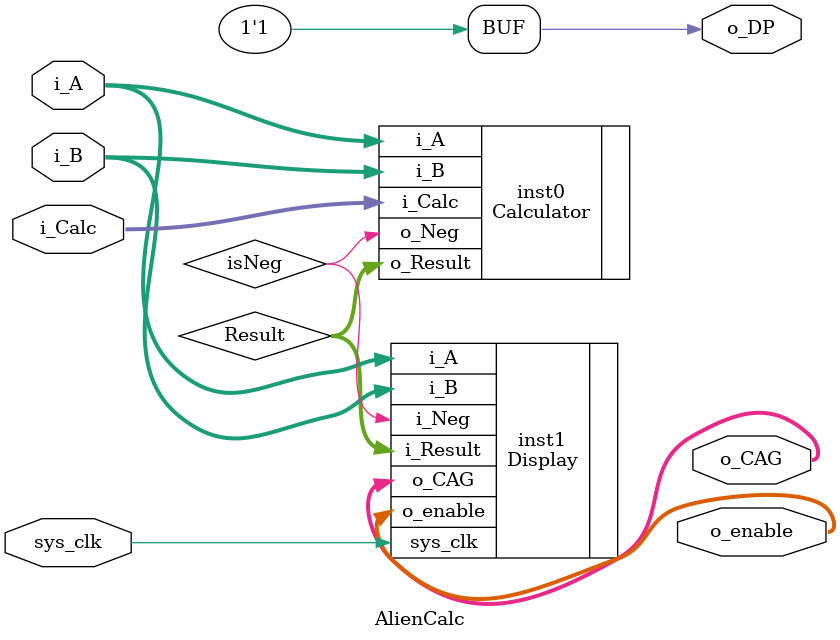
<source format=v>
`timescale 1ns / 1ps


module AlienCalc(
    input sys_clk, 
    input [1:0] i_Calc, 
    input [4:0] i_A, i_B,
    output [7:0] o_enable,
    output [6:0] o_CAG,
    output o_DP
    );
    
   wire [7:0] Result; 
   wire isNeg; 
    
    assign o_DP = 1; 
    
    Calculator inst0(
        .i_A(i_A),
        .i_B(i_B),
        .i_Calc(i_Calc),
        .o_Result(Result),
        .o_Neg(isNeg)); 
    
    Display inst1(
        .sys_clk(sys_clk),
        .i_A(i_A),
        .i_B(i_B),
        .i_Result(Result),
        .i_Neg(isNeg),
        .o_CAG(o_CAG),
        .o_enable(o_enable));
    
endmodule


</source>
